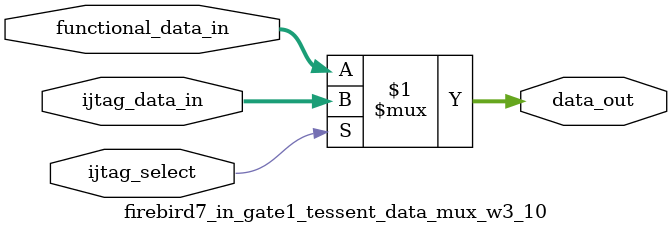
<source format=sv>

module firebird7_in_gate1_tessent_data_mux_w3_10 (
  input wire ijtag_select,
  input wire [2:0]  functional_data_in,
  input wire [2:0]  ijtag_data_in,
  output wire [2:0] data_out
);
assign data_out = (ijtag_select) ? ijtag_data_in : functional_data_in;
endmodule

</source>
